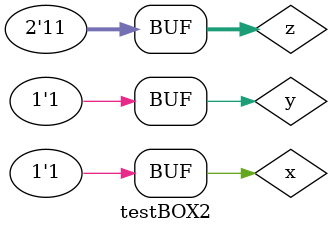
<source format=v>
module BOX1 (output s1,input e1,input e2,input e3,
input e4,input [1:0] c1);
  
wire temp1,temp2,temp3,temp4,notc0,notc1;

not NOT1 (notc0,c1[0]);
not NOT2 (notc1,c1[1]);
and AND1 (temp1,e1,notc0,notc1);
and AND2 (temp2,e2,notc1,c1[0]);
and AND3 (temp3,e3,c1[1],notc0);
and AND4 (temp4,e4,c1[0],c1[1]);
or OR1 (s1,temp1,temp2,temp3,temp4);

endmodule//BOX1

module BOX2 (output s,input a,input b,input [1:0] CH);

wire e1,e2,e3,e4,c1;

or OR2 (e1,a,b);
nor NOR1 (e2,a,b);
xor XOR1 (e3,a,b);
xnor XNOR1 (e4,a,b);
BOX1 selec (s,e1,e2,e3,e4,CH);
endmodule//BOX2

module testBOX2;
// ------------------------- definir dados 
reg  x,y;
reg [1:0] z;
wire s,r; 
BOX2 modulo1 ( s, x, y, z);
// ------------------------- parte principal 
initial begin 
$display("Exemplo0034 - Lucas Cardoso - 441694"); 
$display("Test module"); 
x ='b0; y ='b0; z =2'b00; 
// projetar testes do modulo 
$display("\na b CH s");
#1 $monitor("%b %b %b %b",x,y,z,s);
#1 x ='b0; y ='b1; z =2'b00;  
#1 x ='b1; y ='b0; z =2'b00;
#1 x ='b1; y ='b1; z =2'b00;

x ='b0; y ='b0; z =2'b01; 
#1 x ='b0; y ='b1; z =2'b01;  
#1 x ='b1; y ='b0; z =2'b01;
#1 x ='b1; y ='b1; z =2'b01;

x ='b0; y ='b0; z =2'b10; 
#1 x ='b0; y ='b1; z =2'b10;  
#1 x ='b1; y ='b0; z =2'b10;
#1 x ='b1; y ='b1; z =2'b10;

x ='b0; y ='b0; z =2'b11; 
#1 x ='b0; y ='b1; z =2'b11;  
#1 x ='b1; y ='b0; z =2'b11;
#1 x ='b1; y ='b1; z =2'b11;

end 
endmodule
</source>
